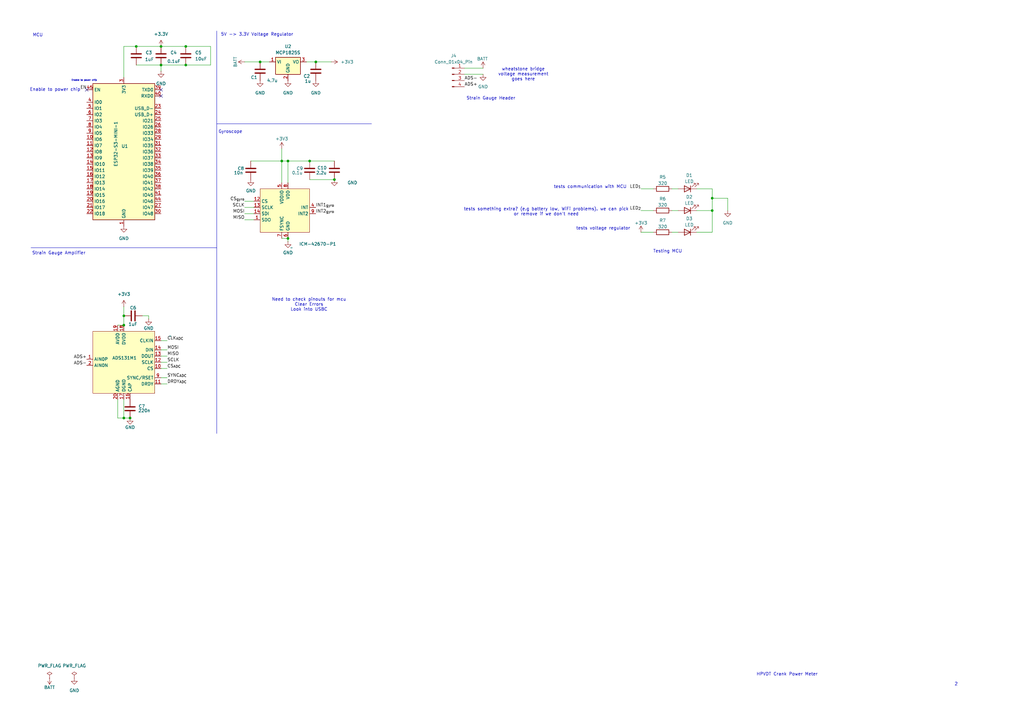
<source format=kicad_sch>
(kicad_sch (version 20250114) (generator "eeschema") (generator_version "9.0")
  (paper "A3")
  (lib_symbols
    (symbol "0_pwrmtr:ADS131M03"
      (property "Reference" "ADS131M03" (at -19.05 15.24 0))
      (symbol "ADS131M03_1_1"
        (rectangle (start -12.7 12.7) (end 12.7 -12.7) (fill (type background)))
        (pin input line (at -15.24 1.27 0) (length 2.54) (name "AIN0P") (number "1"))
        (pin input line (at -15.24 -1.27 0) (length 2.54) (name "AIN0N") (number "2"))
        (pin input line (at -15.24 -8.89 0) (length 2.54) (hide yes) (name "AIN1N") (number "3"))
        (pin input line (at -15.24 -10.16 0) (length 2.54) (hide yes) (name "AIN1P") (number "4"))
        (pin input line (at -15.24 -11.43 0) (length 2.54) (hide yes) (name "AIN2P") (number "5"))
        (pin input line (at -12.7 -15.24 90) (length 2.54) (hide yes) (name "AIN2N") (number "6"))
        (pin input line (at -11.43 -15.24 90) (length 2.54) (hide yes) (name "NC") (number "7"))
        (pin input line (at -10.16 -15.24 90) (length 2.54) (hide yes) (name "NC") (number "8"))
        (pin input line (at -2.54 15.24 270) (length 2.54) (name "AVDD") (number "19"))
        (pin input line (at -2.54 -15.24 90) (length 2.54) (name "AGND") (number "20"))
        (pin input line (at 0 15.24 270) (length 2.54) (name "DVDD") (number "18"))
        (pin input line (at 0 -15.24 90) (length 2.54) (name "DGND") (number "17"))
        (pin input line (at 2.54 -15.24 90) (length 2.54) (name "CAP") (number "16"))
        (pin input line (at 15.24 8.89 180) (length 2.54) (name "CLKIN") (number "15"))
        (pin input line (at 15.24 5.08 180) (length 2.54) (name "DIN") (number "14"))
        (pin input line (at 15.24 2.54 180) (length 2.54) (name "DOUT") (number "13"))
        (pin input line (at 15.24 0 180) (length 2.54) (name "SCLK") (number "12"))
        (pin input line (at 15.24 -2.54 180) (length 2.54) (name "CS") (number "10"))
        (pin input line (at 15.24 -6.35 180) (length 2.54) (name "SYNC/RSET") (number "9"))
        (pin input line (at 15.24 -8.89 180) (length 2.54) (name "DRDY") (number "11"))
      )
    )
    (symbol "0_pwrmtr:ICM-42670-P"
      (property "Reference" "ICM-42670-P" (at -21.59 12.7 0))
      (symbol "ICM-42670-P_1_1"
        (rectangle (start -10.16 8.89) (end 10.16 -8.89) (fill (type background)))
        (pin input line (at -12.7 3.81 0) (length 2.54) (name "CS") (number "12"))
        (pin input line (at -12.7 1.27 0) (length 2.54) (name "SCLK") (number "13"))
        (pin input line (at -12.7 -1.27 0) (length 2.54) (name "SDI") (number "14"))
        (pin input line (at -12.7 -3.81 0) (length 2.54) (name "SDO") (number "1"))
        (pin no_connect line (at -7.62 11.43 270) (length 2.54) (hide yes) (name "NC") (number "2"))
        (pin no_connect line (at -5.08 11.43 270) (length 2.54) (hide yes) (name "NC") (number "3"))
        (pin input line (at -1.27 11.43 270) (length 2.54) (name "VDDIO") (number "5"))
        (pin input line (at -1.27 -11.43 90) (length 2.54) (name "FSYNC") (number "7"))
        (pin input line (at 1.27 11.43 270) (length 2.54) (name "VDD") (number "8"))
        (pin input line (at 1.27 -11.43 90) (length 2.54) (name "GND") (number "6"))
        (pin no_connect line (at 5.08 11.43 270) (length 2.54) (hide yes) (name "NC") (number "10"))
        (pin no_connect line (at 7.62 11.43 270) (length 2.54) (hide yes) (name "NC") (number "11"))
        (pin input line (at 12.7 1.27 180) (length 2.54) (name "INT") (number "4"))
        (pin input line (at 12.7 -1.27 180) (length 2.54) (name "INT2") (number "9"))
      )
    )
    (symbol "Connector:Conn_01x04_Pin" (pin_names (offset 1.016) (hide yes))
      (property "Reference" "J" (at 0 5.08 0))
      (property "Value" "Conn_01x04_Pin" (at 0 -7.62 0))
      (symbol "Conn_01x04_Pin_1_1"
        (rectangle (start 0.8636 2.667) (end 0 2.413) (stroke (width 0.1524)) (fill (type outline)))
        (rectangle (start 0.8636 0.127) (end 0 -0.127) (stroke (width 0.1524)) (fill (type outline)))
        (rectangle (start 0.8636 -2.413) (end 0 -2.667) (stroke (width 0.1524)) (fill (type outline)))
        (rectangle (start 0.8636 -4.953) (end 0 -5.207) (stroke (width 0.1524)) (fill (type outline)))
        (polyline (pts (xy 1.27 2.54) (xy 0.8636 2.54)) (stroke (width 0.1524)))
        (polyline (pts (xy 1.27 0) (xy 0.8636 0)) (stroke (width 0.1524)))
        (polyline (pts (xy 1.27 -2.54) (xy 0.8636 -2.54)) (stroke (width 0.1524)))
        (polyline (pts (xy 1.27 -5.08) (xy 0.8636 -5.08)) (stroke (width 0.1524)))
        (pin passive line (at 5.08 2.54 180) (length 3.81) (name "Pin_1") (number "1"))
        (pin passive line (at 5.08 0 180) (length 3.81) (name "Pin_2") (number "2"))
        (pin passive line (at 5.08 -2.54 180) (length 3.81) (name "Pin_3") (number "3"))
        (pin passive line (at 5.08 -5.08 180) (length 3.81) (name "Pin_4") (number "4"))
      )
    )
    (symbol "Device:C" (pin_numbers (hide yes)) (pin_names (offset 0.254))
      (property "Reference" "C" (at 0.635 2.54 0))
      (property "Value" "C" (at 0.635 -2.54 0))
      (symbol "C_0_1"
        (polyline (pts (xy -2.032 0.762) (xy 2.032 0.762)) (stroke (width 0.508)))
        (polyline (pts (xy -2.032 -0.762) (xy 2.032 -0.762)) (stroke (width 0.508)))
      )
      (symbol "C_1_1"
        (pin passive line (at 0 3.81 270) (length 2.794) (name "~") (number "1"))
        (pin passive line (at 0 -3.81 90) (length 2.794) (name "~") (number "2"))
      )
    )
    (symbol "Device:LED" (pin_numbers (hide yes)) (pin_names (offset 1.016) (hide yes))
      (property "Reference" "D" (at 0 2.54 0))
      (property "Value" "LED" (at 0 -2.54 0))
      (symbol "LED_0_1"
        (polyline (pts (xy -3.048 -0.762) (xy -4.572 -2.286) (xy -3.81 -2.286) (xy -4.572 -2.286) (xy -4.572 -1.524)))
        (polyline (pts (xy -1.778 -0.762) (xy -3.302 -2.286) (xy -2.54 -2.286) (xy -3.302 -2.286) (xy -3.302 -1.524)))
        (polyline (pts (xy -1.27 0) (xy 1.27 0)))
        (polyline (pts (xy -1.27 -1.27) (xy -1.27 1.27)) (stroke (width 0.254)))
        (polyline (pts (xy 1.27 -1.27) (xy 1.27 1.27) (xy -1.27 0) (xy 1.27 -1.27)) (stroke (width 0.254)))
      )
      (symbol "LED_1_1"
        (pin passive line (at -3.81 0 0) (length 2.54) (name "K") (number "1"))
        (pin passive line (at 3.81 0 180) (length 2.54) (name "A") (number "2"))
      )
    )
    (symbol "Device:R" (pin_numbers (hide yes)) (pin_names (offset 0))
      (property "Reference" "R" (at 2.032 0 90))
      (property "Value" "R" (at 0 0 90))
      (symbol "R_0_1"
        (rectangle (start -1.016 -2.54) (end 1.016 2.54) (stroke (width 0.254)))
      )
      (symbol "R_1_1"
        (pin passive line (at 0 3.81 270) (length 1.27) (name "~") (number "1"))
        (pin passive line (at 0 -3.81 90) (length 1.27) (name "~") (number "2"))
      )
    )
    (symbol "RF_Module:ESP32-S3-MINI-1"
      (property "Reference" "U" (at -11.43 29.21 0))
      (property "Value" "ESP32-S3-MINI-1" (at 12.7 29.21 0))
      (symbol "ESP32-S3-MINI-1_0_1"
        (rectangle (start -12.7 27.94) (end 12.7 -27.94) (stroke (width 0.254)) (fill (type background)))
      )
      (symbol "ESP32-S3-MINI-1_1_1"
        (pin input line (at -15.24 25.4 0) (length 2.54) (name "EN") (number "45"))
        (pin bidirectional line (at -15.24 20.32 0) (length 2.54) (name "IO0") (number "4"))
        (pin bidirectional line (at -15.24 17.78 0) (length 2.54) (name "IO1") (number "5"))
        (pin bidirectional line (at -15.24 15.24 0) (length 2.54) (name "IO2") (number "6"))
        (pin bidirectional line (at -15.24 12.7 0) (length 2.54) (name "IO3") (number "7"))
        (pin bidirectional line (at -15.24 10.16 0) (length 2.54) (name "IO4") (number "8"))
        (pin bidirectional line (at -15.24 7.62 0) (length 2.54) (name "IO5") (number "9"))
        (pin bidirectional line (at -15.24 5.08 0) (length 2.54) (name "IO6") (number "10"))
        (pin bidirectional line (at -15.24 2.54 0) (length 2.54) (name "IO7") (number "11"))
        (pin bidirectional line (at -15.24 0 0) (length 2.54) (name "IO8") (number "12"))
        (pin bidirectional line (at -15.24 -2.54 0) (length 2.54) (name "IO9") (number "13"))
        (pin bidirectional line (at -15.24 -5.08 0) (length 2.54) (name "IO10") (number "14"))
        (pin bidirectional line (at -15.24 -7.62 0) (length 2.54) (name "IO11") (number "15"))
        (pin bidirectional line (at -15.24 -10.16 0) (length 2.54) (name "IO12") (number "16"))
        (pin bidirectional line (at -15.24 -12.7 0) (length 2.54) (name "IO13") (number "17"))
        (pin bidirectional line (at -15.24 -15.24 0) (length 2.54) (name "IO14") (number "18"))
        (pin bidirectional line (at -15.24 -17.78 0) (length 2.54) (name "IO15") (number "19"))
        (pin bidirectional line (at -15.24 -20.32 0) (length 2.54) (name "IO16") (number "20"))
        (pin bidirectional line (at -15.24 -22.86 0) (length 2.54) (name "IO17") (number "21"))
        (pin bidirectional line (at -15.24 -25.4 0) (length 2.54) (name "IO18") (number "22"))
        (pin power_in line (at 0 30.48 270) (length 2.54) (name "3V3") (number "3"))
        (pin power_in line (at 0 -30.48 90) (length 2.54) (name "GND") (number "1"))
        (pin passive line (at 0 -30.48 90) (length 2.54) (hide yes) (name "GND") (number "2"))
        (pin passive line (at 0 -30.48 90) (length 2.54) (hide yes) (name "GND") (number "42"))
        (pin passive line (at 0 -30.48 90) (length 2.54) (hide yes) (name "GND") (number "43"))
        (pin passive line (at 0 -30.48 90) (length 2.54) (hide yes) (name "GND") (number "46"))
        (pin passive line (at 0 -30.48 90) (length 2.54) (hide yes) (name "GND") (number "47"))
        (pin passive line (at 0 -30.48 90) (length 2.54) (hide yes) (name "GND") (number "48"))
        (pin passive line (at 0 -30.48 90) (length 2.54) (hide yes) (name "GND") (number "49"))
        (pin passive line (at 0 -30.48 90) (length 2.54) (hide yes) (name "GND") (number "50"))
        (pin passive line (at 0 -30.48 90) (length 2.54) (hide yes) (name "GND") (number "51"))
        (pin passive line (at 0 -30.48 90) (length 2.54) (hide yes) (name "GND") (number "52"))
        (pin passive line (at 0 -30.48 90) (length 2.54) (hide yes) (name "GND") (number "53"))
        (pin passive line (at 0 -30.48 90) (length 2.54) (hide yes) (name "GND") (number "54"))
        (pin passive line (at 0 -30.48 90) (length 2.54) (hide yes) (name "GND") (number "55"))
        (pin passive line (at 0 -30.48 90) (length 2.54) (hide yes) (name "GND") (number "56"))
        (pin passive line (at 0 -30.48 90) (length 2.54) (hide yes) (name "GND") (number "57"))
        (pin passive line (at 0 -30.48 90) (length 2.54) (hide yes) (name "GND") (number "58"))
        (pin passive line (at 0 -30.48 90) (length 2.54) (hide yes) (name "GND") (number "59"))
        (pin passive line (at 0 -30.48 90) (length 2.54) (hide yes) (name "GND") (number "60"))
        (pin passive line (at 0 -30.48 90) (length 2.54) (hide yes) (name "GND") (number "61"))
        (pin passive line (at 0 -30.48 90) (length 2.54) (hide yes) (name "GND") (number "62"))
        (pin passive line (at 0 -30.48 90) (length 2.54) (hide yes) (name "GND") (number "63"))
        (pin passive line (at 0 -30.48 90) (length 2.54) (hide yes) (name "GND") (number "64"))
        (pin passive line (at 0 -30.48 90) (length 2.54) (hide yes) (name "GND") (number "65"))
        (pin bidirectional line (at 15.24 25.4 180) (length 2.54) (name "TXD0") (number "39"))
        (pin bidirectional line (at 15.24 22.86 180) (length 2.54) (name "RXD0") (number "40"))
        (pin bidirectional line (at 15.24 17.78 180) (length 2.54) (name "USB_D-") (number "23"))
        (pin bidirectional line (at 15.24 15.24 180) (length 2.54) (name "USB_D+") (number "24"))
        (pin bidirectional line (at 15.24 12.7 180) (length 2.54) (name "IO21") (number "25"))
        (pin bidirectional line (at 15.24 10.16 180) (length 2.54) (name "IO26") (number "26"))
        (pin bidirectional line (at 15.24 7.62 180) (length 2.54) (name "IO33") (number "28"))
        (pin bidirectional line (at 15.24 5.08 180) (length 2.54) (name "IO34") (number "29"))
        (pin bidirectional line (at 15.24 2.54 180) (length 2.54) (name "IO35") (number "31"))
        (pin bidirectional line (at 15.24 0 180) (length 2.54) (name "IO36") (number "32"))
        (pin bidirectional line (at 15.24 -2.54 180) (length 2.54) (name "IO37") (number "33"))
        (pin bidirectional line (at 15.24 -5.08 180) (length 2.54) (name "IO38") (number "34"))
        (pin bidirectional line (at 15.24 -7.62 180) (length 2.54) (name "IO39") (number "35"))
        (pin bidirectional line (at 15.24 -10.16 180) (length 2.54) (name "IO40") (number "36"))
        (pin bidirectional line (at 15.24 -12.7 180) (length 2.54) (name "IO41") (number "37"))
        (pin bidirectional line (at 15.24 -15.24 180) (length 2.54) (name "IO42") (number "38"))
        (pin bidirectional line (at 15.24 -17.78 180) (length 2.54) (name "IO45") (number "41"))
        (pin bidirectional line (at 15.24 -20.32 180) (length 2.54) (name "IO46") (number "44"))
        (pin bidirectional line (at 15.24 -22.86 180) (length 2.54) (name "IO47") (number "27"))
        (pin bidirectional line (at 15.24 -25.4 180) (length 2.54) (name "IO48") (number "30"))
      )
    )
    (symbol "Regulator_Linear:MCP1825S"
      (property "Reference" "U" (at -3.81 3.175 0))
      (property "Value" "MCP1825S" (at 0 3.175 0))
      (symbol "MCP1825S_0_1"
        (rectangle (start -5.08 1.905) (end 5.08 -5.08) (stroke (width 0.254)) (fill (type background)))
      )
      (symbol "MCP1825S_1_1"
        (pin power_in line (at -7.62 0 0) (length 2.54) (name "VI") (number "1"))
        (pin power_in line (at 0 -7.62 90) (length 2.54) (name "GND") (number "2"))
        (pin power_out line (at 7.62 0 180) (length 2.54) (name "VO") (number "3"))
      )
    )
    (symbol "power:+3.3V" (power) (pin_numbers (hide yes)) (pin_names (offset 0) (hide yes))
      (property "Value" "+3.3V" (at 0 3.556 0))
      (symbol "+3.3V_0_1"
        (polyline (pts (xy -0.762 1.27) (xy 0 2.54)))
        (polyline (pts (xy 0 2.54) (xy 0.762 1.27)))
        (polyline (pts (xy 0 0) (xy 0 2.54)))
      )
      (symbol "+3.3V_1_1"
        (pin power_in line (at 0 0 90) (length 0) (name "~") (number "1"))
      )
    )
    (symbol "power:+3V3" (power) (pin_numbers (hide yes)) (pin_names (offset 0) (hide yes))
      (property "Value" "+3V3" (at 0 3.556 0))
      (symbol "+3V3_0_1"
        (polyline (pts (xy -0.762 1.27) (xy 0 2.54)))
        (polyline (pts (xy 0 2.54) (xy 0.762 1.27)))
        (polyline (pts (xy 0 0) (xy 0 2.54)))
      )
      (symbol "+3V3_1_1"
        (pin power_in line (at 0 0 90) (length 0) (name "~") (number "1"))
      )
    )
    (symbol "power:+5V" (power) (pin_numbers (hide yes)) (pin_names (offset 0) (hide yes))
      (property "Value" "+5V" (at 0 3.556 0))
      (symbol "+5V_0_1"
        (polyline (pts (xy -0.762 1.27) (xy 0 2.54)))
        (polyline (pts (xy 0 2.54) (xy 0.762 1.27)))
        (polyline (pts (xy 0 0) (xy 0 2.54)))
      )
      (symbol "+5V_1_1"
        (pin power_in line (at 0 0 90) (length 0) (name "~") (number "1"))
      )
    )
    (symbol "power:+BATT" (power) (pin_numbers (hide yes)) (pin_names (offset 0) (hide yes))
      (property "Value" "+BATT" (at 0 3.556 0))
      (symbol "+BATT_0_1"
        (polyline (pts (xy -0.762 1.27) (xy 0 2.54)))
        (polyline (pts (xy 0 2.54) (xy 0.762 1.27)))
        (polyline (pts (xy 0 0) (xy 0 2.54)))
      )
      (symbol "+BATT_1_1"
        (pin power_in line (at 0 0 90) (length 0) (name "~") (number "1"))
      )
    )
    (symbol "power:GND" (power) (pin_numbers (hide yes)) (pin_names (offset 0) (hide yes))
      (property "Value" "GND" (at 0 -3.81 0))
      (symbol "GND_0_1"
        (polyline (pts (xy 0 0) (xy 0 -1.27) (xy 1.27 -1.27) (xy 0 -2.54) (xy -1.27 -1.27) (xy 0 -1.27)))
      )
      (symbol "GND_1_1"
        (pin power_in line (at 0 0 270) (length 0) (name "~") (number "1"))
      )
    )
    (symbol "power:PWR_FLAG" (power) (pin_numbers (hide yes)) (pin_names (offset 0) (hide yes))
      (property "Value" "PWR_FLAG" (at 0 3.81 0))
      (symbol "PWR_FLAG_0_0"
        (pin power_out line (at 0 0 90) (length 0) (name "~") (number "1"))
      )
      (symbol "PWR_FLAG_0_1"
        (polyline (pts (xy 0 0) (xy 0 1.27) (xy -1.016 1.905) (xy 0 2.54) (xy 1.016 1.905) (xy 0 1.27)))
      )
    )
  )
  (text "Testing MCU\n" (at 273.812 103.124 0) (effects (font (size 1.27 1.27))))
  (text "Enable to power chip" (at 22.606 36.83 0) (effects (font (size 1.27 1.27))))
  (text "Enable to power chip\n" (at 34.544 33.02 0) (effects (font (size 0.635 0.635))))
  (text "Strain Gauge Header" (at 191.262 40.386 0) (effects (font (size 1.27 1.27)) (justify left)))
  (text "5V -> 3.3V Voltage Regulator " (at 105.918 14.224 0) (effects (font (size 1.27 1.27))))
  (text "tests something extra? (e.g battery low, WiFi problems). we can pick\nor remove if we don't need\n" (at 224.028 86.868 0) (effects (font (size 1.27 1.27))))
  (text "tests communication with MCU\n" (at 242.062 76.708 0) (effects (font (size 1.27 1.27))))
  (text "tests voltage regulator\n" (at 247.396 93.726 0) (effects (font (size 1.27 1.27))))
  (text "wheatstone bridge\nvoltage measurement\ngoes here" (at 214.63 30.48 0) (effects (font (size 1.27 1.27))))
  (text "HPVDT Crank Power Meter" (at 322.834 276.606 0) (effects (font (size 1.27 1.27))))
  (text "Need to check pinouts for mcu\nClear Errors\nLook into USBC" (at 126.746 124.968 0) (effects (font (size 1.27 1.27))))
  (text "Gyroscope" (at 94.488 54.102 0) (effects (font (size 1.27 1.27))))
  (text "2" (at 392.176 280.67 0) (effects (font (size 1.27 1.27))))
  (text "MCU" (at 15.494 14.478 0) (effects (font (size 1.27 1.27))))
  (text "Strain Gauge Amplifier\n" (at 24.13 103.886 0) (effects (font (size 1.27 1.27))))
  (junction (at 129.54 25.4))
  (junction (at 55.88 19.05))
  (junction (at 292.1 81.28))
  (junction (at 118.11 66.04))
  (junction (at 76.2 19.05))
  (junction (at 115.57 66.04))
  (junction (at 50.8 171.45))
  (junction (at 50.8 129.54))
  (junction (at 66.04 19.05))
  (junction (at 50.8 133.35))
  (junction (at 292.1 86.36))
  (junction (at 137.16 73.66))
  (junction (at 53.34 171.45))
  (junction (at 76.2 26.67))
  (junction (at 106.68 25.4))
  (junction (at 118.11 97.79))
  (junction (at 127 66.04))
  (junction (at 66.04 26.67))
  (no_connect (at 66.04 36.83))
  (no_connect (at 35.56 36.83))
  (no_connect (at 66.04 39.37))
  (wire (pts (xy 50.8 19.05) (xy 55.88 19.05)))
  (wire (pts (xy 50.8 171.45) (xy 53.34 171.45)))
  (wire (pts (xy 115.57 97.79) (xy 118.11 97.79)))
  (wire (pts (xy 102.87 66.04) (xy 115.57 66.04)))
  (wire (pts (xy 100.33 85.09) (xy 104.14 85.09)))
  (wire (pts (xy 115.57 66.04) (xy 118.11 66.04)))
  (wire (pts (xy 100.33 90.17) (xy 104.14 90.17)))
  (wire (pts (xy 262.89 86.36) (xy 267.97 86.36)))
  (wire (pts (xy 292.1 77.47) (xy 292.1 81.28)))
  (wire (pts (xy 66.04 26.67) (xy 76.2 26.67)))
  (wire (pts (xy 118.11 99.06) (xy 118.11 97.79)))
  (wire (pts (xy 298.45 81.28) (xy 298.45 86.36)))
  (wire (pts (xy 66.04 19.05) (xy 76.2 19.05)))
  (wire (pts (xy 50.8 125.73) (xy 50.8 129.54)))
  (wire (pts (xy 66.04 154.94) (xy 68.58 154.94)))
  (wire (pts (xy 127 66.04) (xy 137.16 66.04)))
  (wire (pts (xy 50.8 129.54) (xy 50.8 133.35)))
  (wire (pts (xy 66.04 26.67) (xy 66.04 29.21)))
  (wire (pts (xy 115.57 60.96) (xy 115.57 66.04)))
  (wire (pts (xy 262.89 95.25) (xy 267.97 95.25)))
  (wire (pts (xy 118.11 74.93) (xy 118.11 66.04)))
  (wire (pts (xy 292.1 81.28) (xy 292.1 86.36)))
  (wire (pts (xy 58.42 129.54) (xy 60.96 129.54)))
  (wire (pts (xy 66.04 157.48) (xy 68.58 157.48)))
  (wire (pts (xy 135.89 25.4) (xy 129.54 25.4)))
  (polyline (pts (xy 88.9 12.7) (xy 88.9 101.6)))
  (wire (pts (xy 127 73.66) (xy 137.16 73.66)))
  (wire (pts (xy 50.8 163.83) (xy 50.8 171.45)))
  (wire (pts (xy 55.88 19.05) (xy 66.04 19.05)))
  (wire (pts (xy 118.11 66.04) (xy 127 66.04)))
  (wire (pts (xy 285.75 86.36) (xy 292.1 86.36)))
  (wire (pts (xy 48.26 133.35) (xy 50.8 133.35)))
  (polyline (pts (xy 88.9 101.6) (xy 88.9 177.8)))
  (wire (pts (xy 100.33 25.4) (xy 106.68 25.4)))
  (wire (pts (xy 292.1 86.36) (xy 292.1 95.25)))
  (wire (pts (xy 100.33 82.55) (xy 104.14 82.55)))
  (wire (pts (xy 106.68 25.4) (xy 110.49 25.4)))
  (wire (pts (xy 100.33 87.63) (xy 104.14 87.63)))
  (wire (pts (xy 275.59 95.25) (xy 278.13 95.25)))
  (wire (pts (xy 50.8 31.75) (xy 50.8 19.05)))
  (wire (pts (xy 66.04 139.7) (xy 68.58 139.7)))
  (wire (pts (xy 285.75 77.47) (xy 292.1 77.47)))
  (wire (pts (xy 285.75 95.25) (xy 292.1 95.25)))
  (wire (pts (xy 275.59 77.47) (xy 278.13 77.47)))
  (polyline (pts (xy 88.9 50.8) (xy 152.4 50.8)))
  (wire (pts (xy 76.2 19.05) (xy 86.36 19.05)))
  (wire (pts (xy 129.54 25.4) (xy 125.73 25.4)))
  (wire (pts (xy 86.36 19.05) (xy 86.36 26.67)))
  (wire (pts (xy 66.04 143.51) (xy 68.58 143.51)))
  (wire (pts (xy 198.12 30.48) (xy 190.5 30.48)))
  (wire (pts (xy 66.04 146.05) (xy 68.58 146.05)))
  (wire (pts (xy 66.04 151.13) (xy 68.58 151.13)))
  (wire (pts (xy 48.26 163.83) (xy 48.26 171.45)))
  (wire (pts (xy 60.96 129.54) (xy 60.96 130.81)))
  (wire (pts (xy 115.57 66.04) (xy 115.57 74.93)))
  (wire (pts (xy 48.26 171.45) (xy 50.8 171.45)))
  (wire (pts (xy 292.1 81.28) (xy 298.45 81.28)))
  (wire (pts (xy 66.04 148.59) (xy 68.58 148.59)))
  (wire (pts (xy 262.89 77.47) (xy 267.97 77.47)))
  (wire (pts (xy 55.88 26.67) (xy 66.04 26.67)))
  (wire (pts (xy 198.12 27.94) (xy 190.5 27.94)))
  (polyline (pts (xy 12.7 101.6) (xy 88.9 101.6)))
  (wire (pts (xy 275.59 86.36) (xy 278.13 86.36)))
  (wire (pts (xy 76.2 26.67) (xy 86.36 26.67)))
  (label "LED_{1}" (at 262.89 77.47 180))
  (label "ADS+" (at 35.56 147.32 180))
  (label "CS_{gyro}" (at 100.33 82.55 180))
  (label "LED_{2}" (at 262.89 86.36 180))
  (label "MOSI" (at 68.58 143.51 0))
  (label "INT1_{gyro}" (at 129.54 85.09 0))
  (label "MOSI" (at 100.33 87.63 180))
  (label "MISO" (at 100.33 90.17 180))
  (label "CS_{ADC}" (at 68.58 151.13 0))
  (label "SCLK" (at 68.58 148.59 0))
  (label "ADS-" (at 35.56 149.86 180))
  (label "SCLK" (at 100.33 85.09 180))
  (label "ADS+" (at 190.5 35.56 0))
  (label "EN" (at 35.56 36.83 180))
  (label "MISO" (at 68.58 146.05 0))
  (label "DRDY_{ADC}" (at 68.58 157.48 0))
  (label "SYNC_{ADC}" (at 68.58 154.94 0))
  (label "ADS-" (at 190.5 33.02 0))
  (label "CLK_{ADC}" (at 68.58 139.7 0))
  (label "INT2_{gyro}" (at 129.54 87.63 0))
  (symbol (lib_id "Device:LED") (at 281.94 77.47 180) (unit 1)
    (property "Reference" "D1" (at 282.702 71.882 0))
    (property "Value" "LED" (at 282.702 74.422 0))
    (property "Footprint" "LED_SMD:LED_0402_1005Metric" (effects (hide yes)))
    (property "Description" "Light emitting diode" (effects (hide yes)))
  )
  (symbol (lib_id "RF_Module:ESP32-S3-MINI-1") (at 50.8 62.23 0) (unit 1)
    (property "Reference" "U1" (at 49.784 59.944 0) (effects (justify left)))
    (property "Value" "ESP32-S3-MINI-1" (at 47.498 68.326 90) (effects (justify left)))
    (property "Footprint" "RF_Module:ESP32-S2-MINI-1" (effects (hide yes)))
    (property "Datasheet" "https://www.espressif.com/sites/default/files/documentation/esp32-s3-mini-1_mini-1u_datasheet_en.pdf" (effects (hide yes)))
    (property "Description" "RF Module, ESP32-S3 SoC, Wi-Fi 802.11b/g/n, Bluetooth, BLE, 32-bit, 3.3V, SMD, onboard antenna" (effects (hide yes)))
  )
  (symbol (lib_id "power:GND") (at 53.34 171.45 0) (unit 1)
    (property "Reference" "#PWR011" (effects (hide yes)))
    (property "Value" "GND" (at 53.34 175.26 0))
    (property "Description" "Power symbol creates a global label with name \"GND\" , ground" (effects (hide yes)))
  )
  (symbol (lib_id "Device:C") (at 66.04 22.86 0) (unit 1)
    (property "Reference" "C4" (at 69.85 21.5899 0) (effects (justify left)))
    (property "Value" "0.1uF" (at 68.58 25.146 0) (effects (justify left)))
    (property "Description" "Unpolarized capacitor" (effects (hide yes)))
  )
  (symbol (lib_id "Device:C") (at 102.87 69.85 180) (unit 1)
    (property "Reference" "C8" (at 98.806 69.088 0))
    (property "Value" "10n" (at 97.79 70.866 0))
    (property "Footprint" "Capacitor_SMD:C_0402_1005Metric" (effects (hide yes)))
    (property "Description" "Unpolarized capacitor" (effects (hide yes)))
  )
  (symbol (lib_id "power:+5V") (at 20.32 278.13 180) (unit 1)
    (property "Reference" "#PWR013" (effects (hide yes)))
    (property "Value" "BATT" (at 20.32 281.94 0))
    (property "Description" "Power symbol creates a global label with name \"+5V\"" (effects (hide yes)))
  )
  (symbol (lib_id "0_pwrmtr:ICM-42670-P") (at 116.84 86.36 0) (unit 1)
    (property "Reference" "ICM-42670-P1" (at 122.682 100.076 0) (effects (justify left)))
    (property "Value" "~" (at 119.0341 101.6 0) (effects (justify left)))
    (property "Footprint" "Package_LGA:LGA-14_3x2.5mm_P0.5mm_LayoutBorder3x4y" (effects (hide yes)))
  )
  (symbol (lib_id "power:GND") (at 118.11 33.02 0) (unit 1)
    (property "Reference" "#PWR06" (effects (hide yes)))
    (property "Value" "GND" (at 118.11 38.1 0))
  )
  (symbol (lib_id "Device:C") (at 54.61 129.54 270) (unit 1)
    (property "Reference" "C6" (at 54.61 126.238 90))
    (property "Value" "1uF" (at 54.483 132.969 90))
    (property "Footprint" "Capacitor_SMD:C_0402_1005Metric" (effects (hide yes)))
    (property "Description" "Unpolarized capacitor" (effects (hide yes)))
  )
  (symbol (lib_id "Regulator_Linear:MCP1825S") (at 118.11 25.4 0) (unit 1)
    (property "Reference" "U2" (at 118.11 19.05 0))
    (property "Value" "MCP1825S" (at 118.11 21.59 0))
    (property "Footprint" "Package_TO_SOT_SMD:SOT-223-3_TabPin2" (effects (hide yes)))
    (property "Datasheet" "http://ww1.microchip.com/downloads/en/devicedoc/22056b.pdf" (effects (hide yes)))
    (property "Description" "500mA, Low-Voltage, Low Quiescent Current LDO Regulator, SOT-223, TO-220, TO-263" (effects (hide yes)))
  )
  (symbol (lib_id "power:GND") (at 198.12 30.48 0) (unit 1)
    (property "Reference" "#PWR027" (effects (hide yes)))
    (property "Value" "GND" (at 198.12 35.56 0))
    (property "Description" "Power symbol creates a global label with name \"GND\" , ground" (effects (hide yes)))
  )
  (symbol (lib_id "0_pwrmtr:ADS131M03") (at 50.8 148.59 0) (unit 1)
    (property "Reference" "ADS131M1" (at 51.054 146.812 0))
    (property "Value" "~" (at 69.85 137.8265 0))
    (property "Footprint" "0_stuff:ads" (effects (hide yes)))
  )
  (symbol (lib_id "power:+3.3V") (at 135.89 25.4 270) (unit 1)
    (property "Reference" "#PWR07" (effects (hide yes)))
    (property "Value" "+3V3" (at 139.7 25.3999 90) (effects (justify left)))
  )
  (symbol (lib_id "Device:C") (at 106.68 29.21 180) (unit 1)
    (property "Reference" "C1" (at 102.87 31.75 0) (effects (justify right)))
    (property "Value" "4.7u" (at 109.474 33.02 0) (effects (justify right)))
    (property "Footprint" "Capacitor_SMD:C_0402_1005Metric" (effects (hide yes)))
  )
  (symbol (lib_id "power:GND") (at 102.87 73.66 0) (unit 1)
    (property "Reference" "#PWR037" (effects (hide yes)))
    (property "Value" "GND" (at 102.87 78.232 0))
    (property "Description" "Power symbol creates a global label with name \"GND\" , ground" (effects (hide yes)))
  )
  (symbol (lib_id "Device:R") (at 271.78 95.25 90) (unit 1)
    (property "Reference" "R7" (at 271.78 90.424 90))
    (property "Value" "320" (at 271.78 92.964 90))
    (property "Footprint" "Resistor_SMD:R_0402_1005Metric" (effects (hide yes)))
    (property "Description" "Resistor" (effects (hide yes)))
  )
  (symbol (lib_id "power:GND") (at 106.68 33.02 0) (unit 1)
    (property "Reference" "#PWR04" (effects (hide yes)))
    (property "Value" "GND" (at 106.68 38.1 0))
  )
  (symbol (lib_id "power:+3V3") (at 115.57 60.96 0) (unit 1)
    (property "Reference" "#PWR024" (effects (hide yes)))
    (property "Value" "+3V3" (at 115.57 56.896 0))
    (property "Description" "Power symbol creates a global label with name \"+3V3\"" (effects (hide yes)))
  )
  (symbol (lib_id "Connector:Conn_01x04_Pin") (at 185.42 30.48 0) (unit 1)
    (property "Reference" "J4" (at 186.055 22.86 0))
    (property "Value" "Conn_01x04_Pin" (at 186.055 25.4 0))
    (property "Footprint" "Connector_JST:JST_EH_S4B-EH_1x04_P2.50mm_Horizontal" (effects (hide yes)))
    (property "Description" "Generic connector, single row, 01x04, script generated" (effects (hide yes)))
  )
  (symbol (lib_id "power:GND") (at 129.54 33.02 0) (unit 1)
    (property "Reference" "#PWR08" (effects (hide yes)))
    (property "Value" "GND" (at 129.54 38.1 0))
  )
  (symbol (lib_id "power:PWR_FLAG") (at 30.48 278.13 0) (unit 1)
    (property "Reference" "#FLG02" (effects (hide yes)))
    (property "Value" "PWR_FLAG" (at 30.48 273.05 0))
    (property "Description" "Special symbol for telling ERC where power comes from" (effects (hide yes)))
  )
  (symbol (lib_id "power:GND") (at 30.48 278.13 0) (unit 1)
    (property "Reference" "#PWR014" (effects (hide yes)))
    (property "Value" "GND" (at 30.48 283.21 0))
    (property "Description" "Power symbol creates a global label with name \"GND\" , ground" (effects (hide yes)))
  )
  (symbol (lib_id "power:+3V3") (at 50.8 125.73 0) (unit 1)
    (property "Reference" "#PWR010" (effects (hide yes)))
    (property "Value" "+3V3" (at 50.8 120.65 0))
    (property "Description" "Power symbol creates a global label with name \"+3V3\"" (effects (hide yes)))
  )
  (symbol (lib_id "power:GND") (at 118.11 99.06 0) (unit 1)
    (property "Reference" "#PWR015" (effects (hide yes)))
    (property "Value" "GND" (at 118.11 103.632 0))
    (property "Description" "Power symbol creates a global label with name \"GND\" , ground" (effects (hide yes)))
  )
  (symbol (lib_id "power:GND") (at 60.96 130.81 0) (unit 1)
    (property "Reference" "#PWR012" (effects (hide yes)))
    (property "Value" "GND" (at 60.96 134.62 0))
    (property "Description" "Power symbol creates a global label with name \"GND\" , ground" (effects (hide yes)))
  )
  (symbol (lib_id "power:GND") (at 66.04 29.21 0) (unit 1)
    (property "Reference" "#PWR09" (effects (hide yes)))
    (property "Value" "GND" (at 66.04 34.29 0))
    (property "Description" "Power symbol creates a global label with name \"GND\" , ground" (effects (hide yes)))
  )
  (symbol (lib_id "power:GND") (at 50.8 92.71 0) (unit 1)
    (property "Reference" "#PWR01" (effects (hide yes)))
    (property "Value" "GND" (at 50.8 97.79 0))
    (property "Description" "Power symbol creates a global label with name \"GND\" , ground" (effects (hide yes)))
  )
  (symbol (lib_id "power:+3V3") (at 198.12 27.94 0) (unit 1)
    (property "Reference" "#PWR026" (effects (hide yes)))
    (property "Value" "BATT" (at 197.866 24.13 0))
    (property "Description" "Power symbol creates a global label with name \"+3V3\"" (effects (hide yes)))
  )
  (symbol (lib_id "power:GND") (at 137.16 73.66 0) (unit 1)
    (property "Reference" "#PWR034" (effects (hide yes)))
    (property "Value" "GND" (at 144.526 74.93 0))
    (property "Description" "Power symbol creates a global label with name \"GND\" , ground" (effects (hide yes)))
  )
  (symbol (lib_id "Device:C") (at 55.88 22.86 0) (unit 1)
    (property "Reference" "C3" (at 59.69 21.5899 0) (effects (justify left)))
    (property "Value" "1uF" (at 59.436 24.384 0) (effects (justify left)))
    (property "Description" "Unpolarized capacitor" (effects (hide yes)))
  )
  (symbol (lib_id "Device:C") (at 127 69.85 180) (unit 1)
    (property "Reference" "C9" (at 122.936 69.088 0))
    (property "Value" "0.1u" (at 121.92 70.866 0))
    (property "Footprint" "Capacitor_SMD:C_0402_1005Metric" (effects (hide yes)))
    (property "Description" "Unpolarized capacitor" (effects (hide yes)))
  )
  (symbol (lib_id "Device:C") (at 137.16 69.85 180) (unit 1)
    (property "Reference" "C10" (at 132.08 68.834 0))
    (property "Value" "2.2u" (at 131.826 70.866 0))
    (property "Footprint" "Capacitor_SMD:C_0402_1005Metric" (effects (hide yes)))
    (property "Description" "Unpolarized capacitor" (effects (hide yes)))
  )
  (symbol (lib_id "Device:LED") (at 281.94 95.25 180) (unit 1)
    (property "Reference" "D3" (at 282.702 89.662 0))
    (property "Value" "LED" (at 282.702 92.202 0))
    (property "Footprint" "LED_SMD:LED_0402_1005Metric" (effects (hide yes)))
    (property "Description" "Light emitting diode" (effects (hide yes)))
  )
  (symbol (lib_id "power:PWR_FLAG") (at 20.32 278.13 0) (unit 1)
    (property "Reference" "#FLG01" (effects (hide yes)))
    (property "Value" "PWR_FLAG" (at 20.32 273.05 0))
    (property "Description" "Special symbol for telling ERC where power comes from" (effects (hide yes)))
  )
  (symbol (lib_id "Device:C") (at 53.34 167.64 180) (unit 1)
    (property "Reference" "C7" (at 58.166 166.624 0))
    (property "Value" "220n" (at 59.182 168.402 0))
    (property "Footprint" "Capacitor_SMD:C_0402_1005Metric" (effects (hide yes)))
    (property "Description" "Unpolarized capacitor" (effects (hide yes)))
  )
  (symbol (lib_id "Device:LED") (at 281.94 86.36 180) (unit 1)
    (property "Reference" "D2" (at 282.702 80.772 0))
    (property "Value" "LED" (at 282.702 83.312 0))
    (property "Footprint" "LED_SMD:LED_0402_1005Metric" (effects (hide yes)))
    (property "Description" "Light emitting diode" (effects (hide yes)))
  )
  (symbol (lib_id "Device:C") (at 76.2 22.86 0) (unit 1)
    (property "Reference" "C5" (at 80.01 21.5899 0) (effects (justify left)))
    (property "Value" "10uF" (at 80.01 24.1299 0) (effects (justify left)))
    (property "Description" "Unpolarized capacitor" (effects (hide yes)))
  )
  (symbol (lib_id "power:+3.3V") (at 262.89 95.25 0) (unit 1)
    (property "Reference" "#PWR016" (effects (hide yes)))
    (property "Value" "+3V3" (at 262.89 91.44 0))
  )
  (symbol (lib_id "power:+BATT") (at 817.88 -322.58 0) (unit 1)
    (property "Reference" "#PWR03" (effects (hide yes)))
    (property "Value" "+BATT" (at 817.88 -326.39 0))
    (property "Description" "Power symbol creates a global label with name \"+BATT\"" (effects (hide yes)))
  )
  (symbol (lib_id "power:GND") (at 298.45 86.36 0) (unit 1)
    (property "Reference" "#PWR023" (effects (hide yes)))
    (property "Value" "GND" (at 298.45 91.44 0))
    (property "Description" "Power symbol creates a global label with name \"GND\" , ground" (effects (hide yes)))
  )
  (symbol (lib_id "power:+3.3V") (at 66.04 19.05 0) (unit 1)
    (property "Reference" "#PWR02" (effects (hide yes)))
    (property "Value" "+3.3V" (at 66.04 13.97 0))
    (property "Description" "Power symbol creates a global label with name \"+3.3V\"" (effects (hide yes)))
  )
  (symbol (lib_id "Device:C") (at 129.54 29.21 180) (unit 1)
    (property "Reference" "C2" (at 124.46 31.242 0) (effects (justify right)))
    (property "Value" "1u" (at 124.968 33.274 0) (effects (justify right)))
    (property "Footprint" "Capacitor_SMD:C_0402_1005Metric" (effects (hide yes)))
  )
  (symbol (lib_id "power:+5V") (at 100.33 25.4 90) (unit 1)
    (property "Reference" "#PWR05" (effects (hide yes)))
    (property "Value" "BATT" (at 96.52 25.4 0))
    (property "Description" "Power symbol creates a global label with name \"+5V\"" (effects (hide yes)))
  )
  (symbol (lib_id "Device:R") (at 271.78 86.36 90) (unit 1)
    (property "Reference" "R6" (at 271.78 81.534 90))
    (property "Value" "320" (at 271.78 84.074 90))
    (property "Footprint" "Resistor_SMD:R_0402_1005Metric" (effects (hide yes)))
    (property "Description" "Resistor" (effects (hide yes)))
  )
  (symbol (lib_id "Device:R") (at 271.78 77.47 90) (unit 1)
    (property "Reference" "R5" (at 271.78 72.644 90))
    (property "Value" "320" (at 271.78 75.184 90))
    (property "Footprint" "Resistor_SMD:R_0402_1005Metric" (effects (hide yes)))
    (property "Description" "Resistor" (effects (hide yes)))
  )
)
</source>
